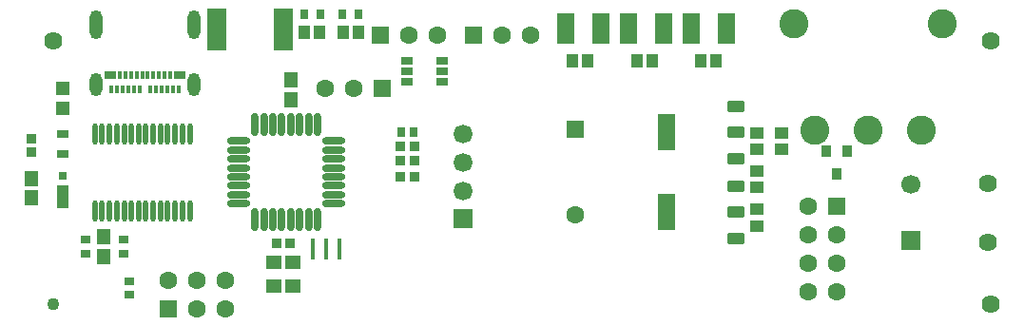
<source format=gts>
%FSTAX23Y23*%
%MOIN*%
%SFA1B1*%

%IPPOS*%
%AMD42*
4,1,8,0.030500,-0.060000,0.030500,0.060000,0.026500,0.064000,-0.026500,0.064000,-0.030500,0.060000,-0.030500,-0.060000,-0.026500,-0.064000,0.026500,-0.064000,0.030500,-0.060000,0.0*
1,1,0.007940,0.026500,-0.060000*
1,1,0.007940,0.026500,0.060000*
1,1,0.007940,-0.026500,0.060000*
1,1,0.007940,-0.026500,-0.060000*
%
%AMD43*
4,1,8,0.030500,-0.015800,0.030500,0.015800,0.026600,0.019700,-0.026600,0.019700,-0.030500,0.015800,-0.030500,-0.015800,-0.026600,-0.019700,0.026600,-0.019700,0.030500,-0.015800,0.0*
1,1,0.007840,0.026600,-0.015800*
1,1,0.007840,0.026600,0.015800*
1,1,0.007840,-0.026600,0.015800*
1,1,0.007840,-0.026600,-0.015800*
%
%AMD69*
4,1,8,0.000000,-0.051200,0.000000,-0.051200,0.021700,-0.029500,0.021700,0.029500,0.000000,0.051200,0.000000,0.051200,-0.021700,0.029500,-0.021700,-0.029500,0.000000,-0.051200,0.0*
1,1,0.043300,0.000000,-0.029500*
1,1,0.043300,0.000000,-0.029500*
1,1,0.043300,0.000000,0.029500*
1,1,0.043300,0.000000,0.029500*
%
%AMD70*
4,1,8,0.000000,-0.041300,0.000000,-0.041300,0.021700,-0.019700,0.021700,0.019700,0.000000,0.041300,0.000000,0.041300,-0.021700,0.019700,-0.021700,-0.019700,0.000000,-0.041300,0.0*
1,1,0.043300,0.000000,-0.019700*
1,1,0.043300,0.000000,-0.019700*
1,1,0.043300,0.000000,0.019700*
1,1,0.043300,0.000000,0.019700*
%
%ADD21R,0.015750X0.074800*%
%ADD32R,0.039370X0.027560*%
%ADD35R,0.039370X0.027560*%
%ADD36R,0.011810X0.027560*%
%ADD37R,0.031500X0.031500*%
%ADD38R,0.043310X0.078740*%
G04~CAMADD=42~8~0.0~0.0~1279.5~610.2~39.7~0.0~15~0.0~0.0~0.0~0.0~0~0.0~0.0~0.0~0.0~0~0.0~0.0~0.0~270.0~610.0~1279.0*
%ADD42D42*%
G04~CAMADD=43~8~0.0~0.0~393.7~610.2~39.2~0.0~15~0.0~0.0~0.0~0.0~0~0.0~0.0~0.0~0.0~0~0.0~0.0~0.0~270.0~611.0~394.0*
%ADD43D43*%
%ADD44R,0.045280X0.041340*%
%ADD45O,0.017720X0.074800*%
%ADD46O,0.080710X0.027560*%
%ADD47O,0.027560X0.080710*%
%ADD48R,0.070870X0.149610*%
%ADD49R,0.037400X0.031500*%
%ADD50R,0.039370X0.045280*%
%ADD51R,0.033470X0.037400*%
%ADD52R,0.047240X0.047240*%
%ADD53R,0.031500X0.037400*%
%ADD54R,0.035430X0.039370*%
%ADD55R,0.043310X0.031500*%
%ADD56R,0.027560X0.035430*%
%ADD57R,0.062990X0.106300*%
%ADD58R,0.047240X0.053150*%
%ADD59R,0.037400X0.033470*%
%ADD60R,0.053150X0.047240*%
%ADD61R,0.066930X0.066930*%
%ADD62C,0.066930*%
%ADD63C,0.102360*%
%ADD64C,0.062990*%
%ADD65R,0.062990X0.062990*%
%ADD66R,0.062990X0.062990*%
%ADD67R,0.066530X0.066530*%
%ADD68C,0.066530*%
G04~CAMADD=69~8~0.0~0.0~433.1~1023.6~216.5~0.0~15~0.0~0.0~0.0~0.0~0~0.0~0.0~0.0~0.0~0~0.0~0.0~0.0~180.0~434.0~1023.0*
%ADD69D69*%
G04~CAMADD=70~8~0.0~0.0~433.1~826.8~216.5~0.0~15~0.0~0.0~0.0~0.0~0~0.0~0.0~0.0~0.0~0~0.0~0.0~0.0~180.0~434.0~827.0*
%ADD70D70*%
%ADD71C,0.063940*%
%ADD72C,0.043310*%
%LNpod-1*%
%LPD*%
G54D21*
X01132Y0032D03*
X01085D03*
X01037D03*
G54D32*
X0016Y00656D03*
Y00723D03*
G54D35*
X00327Y00932D03*
X00572D03*
G54D36*
X00538Y00932D03*
X00518D03*
X00499D03*
X00479D03*
X00459D03*
X0044D03*
X0042D03*
X004D03*
X00381D03*
X00361D03*
X00331Y00881D03*
X00351D03*
X00371D03*
X0039D03*
X0041D03*
X0043D03*
X00469D03*
X00489D03*
X00509D03*
X00528D03*
X00548D03*
X00568D03*
G54D37*
X0016Y00579D03*
G54D38*
X0016Y00504D03*
G54D42*
X02278Y0045D03*
Y0073D03*
G54D43*
X02521Y0054D03*
Y0045D03*
Y00359D03*
Y0082D03*
Y0073D03*
Y00639D03*
G54D44*
X0268Y00671D03*
Y00728D03*
X02595Y00671D03*
Y00728D03*
Y00595D03*
Y00537D03*
Y0046D03*
Y00402D03*
G54D45*
X00606Y00724D03*
X0058D03*
X00555D03*
X00529D03*
X00503D03*
X00478D03*
X00452D03*
X00427D03*
X00401D03*
X00376D03*
X0035D03*
X00324D03*
X00299D03*
X00273D03*
X00606Y00456D03*
X0058D03*
X00555D03*
X00529D03*
X00503D03*
X00478D03*
X00452D03*
X00427D03*
X00401D03*
X00376D03*
X0035D03*
X00324D03*
X00299D03*
X00273D03*
G54D46*
X00777Y0048D03*
Y00511D03*
Y00543D03*
Y00574D03*
Y00606D03*
Y00637D03*
Y00669D03*
Y007D03*
X01112D03*
Y00669D03*
Y00637D03*
Y00606D03*
Y00574D03*
Y00543D03*
Y00511D03*
Y0048D03*
G54D47*
X00834Y00757D03*
X00866D03*
X00897D03*
X00929D03*
X0096D03*
X00992D03*
X01023D03*
X01055D03*
Y00423D03*
X01023D03*
X00992D03*
X0096D03*
X00929D03*
X00897D03*
X00866D03*
X00834D03*
G54D48*
X00933Y01092D03*
X007D03*
G54D49*
X00395Y00209D03*
Y0016D03*
X00375Y00305D03*
Y00354D03*
X0024Y00305D03*
Y00354D03*
G54D50*
X0106Y0108D03*
X01006D03*
X01143D03*
X01196D03*
X01948Y0098D03*
X02001D03*
X02398D03*
X02451D03*
X02173D03*
X02226D03*
G54D51*
X01395Y0068D03*
X01344D03*
X01395Y00575D03*
X01344D03*
Y0063D03*
X01395D03*
X00959Y0034D03*
X0091D03*
G54D52*
X0016Y00814D03*
Y00885D03*
G54D53*
X01347Y0073D03*
X01392D03*
G54D54*
X02912Y00664D03*
X02837D03*
X02875Y00585D03*
G54D55*
X01492Y00907D03*
Y00945D03*
Y00982D03*
X01367D03*
Y00945D03*
Y00907D03*
G54D56*
X01006Y01145D03*
X01063D03*
X01141D03*
X01198D03*
G54D57*
X01925Y01095D03*
X02047D03*
X02363D03*
X02486D03*
X02143D03*
X02266D03*
G54D58*
X00305Y00363D03*
Y00296D03*
X0005Y00501D03*
Y00568D03*
X0096Y00846D03*
Y00913D03*
G54D59*
X0005Y0066D03*
Y00709D03*
G54D60*
X00968Y0019D03*
X00901D03*
X00968Y00275D03*
X00901D03*
G54D61*
X03135Y00351D03*
G54D62*
X03135Y00548D03*
G54D63*
X02724Y01112D03*
X02799Y00737D03*
X02985D03*
X0317D03*
X03245Y01112D03*
G54D64*
X02774Y00172D03*
X02874D03*
X02774Y00272D03*
X02874D03*
X02774Y00372D03*
X02874D03*
X02774Y00472D03*
X018Y0107D03*
X017D03*
X01475D03*
X01375D03*
X0108Y00885D03*
X0118D03*
X01956Y0044D03*
X0073Y0021D03*
Y0011D03*
X0063Y0021D03*
Y0011D03*
X0053Y0021D03*
G54D65*
X02874Y00472D03*
G54D66*
X016Y0107D03*
X01275D03*
X0128Y00885D03*
X01956Y0074D03*
X0053Y0011D03*
G54D67*
X01565Y00428D03*
G54D68*
X01565Y00526D03*
Y00625D03*
Y00723D03*
G54D69*
X00279Y01108D03*
X0062D03*
G54D70*
X00279Y00897D03*
X0062D03*
G54D71*
X00129Y01051D03*
X03413Y00129D03*
Y01051D03*
X03405Y00345D03*
X03405Y0055D03*
G54D72*
X00129Y00129D03*
M02*
</source>
